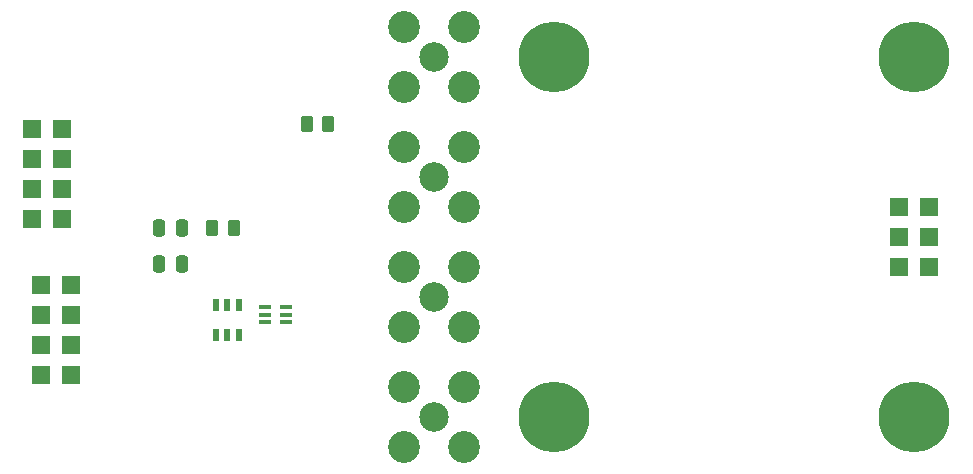
<source format=gbr>
%TF.GenerationSoftware,KiCad,Pcbnew,6.0.10+dfsg-1~bpo11+1*%
%TF.CreationDate,2023-02-12T02:53:11+00:00*%
%TF.ProjectId,ACOMP01,41434f4d-5030-4312-9e6b-696361645f70,rev?*%
%TF.SameCoordinates,Original*%
%TF.FileFunction,Soldermask,Top*%
%TF.FilePolarity,Negative*%
%FSLAX46Y46*%
G04 Gerber Fmt 4.6, Leading zero omitted, Abs format (unit mm)*
G04 Created by KiCad (PCBNEW 6.0.10+dfsg-1~bpo11+1) date 2023-02-12 02:53:11*
%MOMM*%
%LPD*%
G01*
G04 APERTURE LIST*
G04 Aperture macros list*
%AMRoundRect*
0 Rectangle with rounded corners*
0 $1 Rounding radius*
0 $2 $3 $4 $5 $6 $7 $8 $9 X,Y pos of 4 corners*
0 Add a 4 corners polygon primitive as box body*
4,1,4,$2,$3,$4,$5,$6,$7,$8,$9,$2,$3,0*
0 Add four circle primitives for the rounded corners*
1,1,$1+$1,$2,$3*
1,1,$1+$1,$4,$5*
1,1,$1+$1,$6,$7*
1,1,$1+$1,$8,$9*
0 Add four rect primitives between the rounded corners*
20,1,$1+$1,$2,$3,$4,$5,0*
20,1,$1+$1,$4,$5,$6,$7,0*
20,1,$1+$1,$6,$7,$8,$9,0*
20,1,$1+$1,$8,$9,$2,$3,0*%
G04 Aperture macros list end*
%ADD10R,1.524000X1.524000*%
%ADD11C,6.000000*%
%ADD12RoundRect,0.250000X-0.250000X-0.475000X0.250000X-0.475000X0.250000X0.475000X-0.250000X0.475000X0*%
%ADD13C,2.500000*%
%ADD14C,2.700000*%
%ADD15RoundRect,0.250000X-0.262500X-0.450000X0.262500X-0.450000X0.262500X0.450000X-0.262500X0.450000X0*%
%ADD16R,0.500000X1.000760*%
%ADD17R,0.501040X1.000760*%
%ADD18R,1.000000X0.300000*%
G04 APERTURE END LIST*
D10*
%TO.C,J6*%
X-43434000Y11176000D03*
X-40894000Y11176000D03*
X-43434000Y8636000D03*
X-40894000Y8636000D03*
X-43434000Y6096000D03*
X-40894000Y6096000D03*
X-43434000Y3556000D03*
X-40894000Y3556000D03*
%TD*%
D11*
%TO.C,M2*%
X0Y30480000D03*
%TD*%
%TO.C,M4*%
X30480000Y0D03*
%TD*%
D12*
%TO.C,C4*%
X-33462000Y15964000D03*
X-31562000Y15964000D03*
%TD*%
D10*
%TO.C,J7*%
X-44222000Y24404000D03*
X-41682000Y24404000D03*
X-44222000Y21864000D03*
X-41682000Y21864000D03*
X-44222000Y19324000D03*
X-41682000Y19324000D03*
X-44222000Y16784000D03*
X-41682000Y16784000D03*
%TD*%
D13*
%TO.C,J2*%
X-10160000Y30480000D03*
D14*
X-12700000Y27940000D03*
X-7620000Y27940000D03*
X-7620000Y33020000D03*
X-12700000Y33020000D03*
%TD*%
D10*
%TO.C,J1*%
X31750000Y12700000D03*
X29210000Y12700000D03*
X31750000Y15240000D03*
X29210000Y15240000D03*
X31750000Y17780000D03*
X29210000Y17780000D03*
%TD*%
D13*
%TO.C,J4*%
X-10160000Y10160000D03*
D14*
X-12700000Y12700000D03*
X-7620000Y12700000D03*
X-7620000Y7620000D03*
X-12700000Y7620000D03*
%TD*%
D12*
%TO.C,C3*%
X-33462000Y12954000D03*
X-31562000Y12954000D03*
%TD*%
D11*
%TO.C,M3*%
X0Y0D03*
%TD*%
D15*
%TO.C,R2*%
X-20984500Y24774000D03*
X-19159500Y24774000D03*
%TD*%
D11*
%TO.C,M1*%
X30480000Y30480000D03*
%TD*%
D13*
%TO.C,J5*%
X-10160000Y0D03*
D14*
X-7620000Y2540000D03*
X-7620000Y-2540000D03*
X-12700000Y2540000D03*
X-12700000Y-2540000D03*
%TD*%
D13*
%TO.C,J3*%
X-10160000Y20320000D03*
D14*
X-12700000Y17780000D03*
X-12700000Y22860000D03*
X-7620000Y22860000D03*
X-7620000Y17780000D03*
%TD*%
D16*
%TO.C,IC2*%
X-28641000Y6920620D03*
X-27688500Y6920620D03*
X-26736000Y6920620D03*
D17*
X-26736000Y9460620D03*
D16*
X-27688500Y9460620D03*
X-28641000Y9460620D03*
%TD*%
D18*
%TO.C,IC1*%
X-24522000Y9286000D03*
X-24522000Y8636000D03*
X-24522000Y7986000D03*
X-22722000Y7986000D03*
X-22722000Y8636000D03*
X-22722000Y9286000D03*
%TD*%
D15*
%TO.C,R1*%
X-28994500Y15994000D03*
X-27169500Y15994000D03*
%TD*%
M02*

</source>
